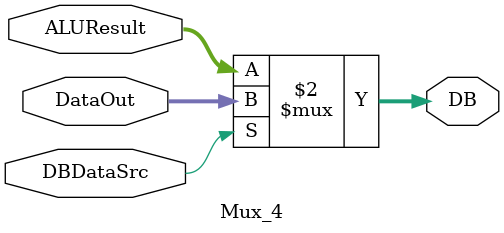
<source format=v>
`timescale 1ns / 1ps

//´æ»Ø¼Ä´æÆ÷µÄÊÇALUµÄ½á¹û or Êý¾Ý´æ´¢Æ÷µÄÊä³ö
module Mux_4(
    //Êý¾Ý´æ´¢Æ÷ÖÐµÄÊý¾Ý
    input [31:0] DataOut,
    //ALUµÄ½á¹û
    input [31:0] ALUResult,
    input DBDataSrc,
    output [31:0] DB
    );
    assign DB = (DBDataSrc==1'b0)? ALUResult: DataOut;
endmodule

</source>
